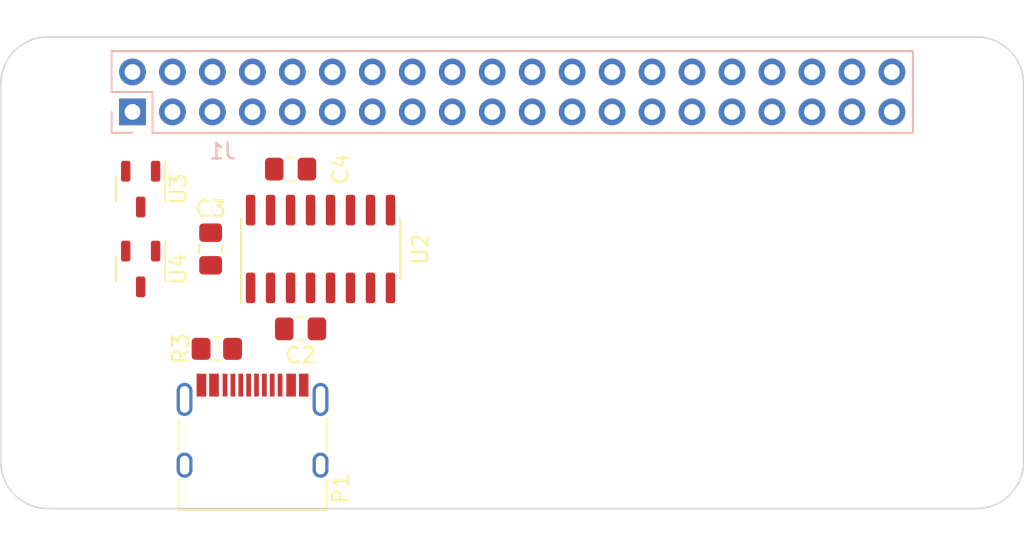
<source format=kicad_pcb>
(kicad_pcb (version 20221018) (generator pcbnew)
  (title_block (date "15 nov 2012"))
  (layers (0 "F.Cu" signal) (31 "B.Cu" signal) (34 "B.Paste" user) (35 "F.Paste" user) (36 "B.SilkS" user "B.Silkscreen") (37 "F.SilkS" user "F.Silkscreen") (38 "B.Mask" user) (39 "F.Mask" user) (44 "Edge.Cuts" user))
  (net 0 "")
  (net 1 "GND")
  (net 2 "/GPIO2{slash}SDA1")
  (net 3 "/GPIO3{slash}SCL1")
  (net 4 "/GPIO4{slash}GPCLK0")
  (net 5 "/GPIO14{slash}TXD0")
  (net 6 "/GPIO15{slash}RXD0")
  (net 7 "/GPIO17")
  (net 8 "/GPIO18{slash}PCM.CLK")
  (net 9 "/GPIO27")
  (net 10 "/GPIO22")
  (net 11 "/GPIO23")
  (net 12 "/GPIO26")
  (net 13 "/GPIO24")
  (net 14 "/GPIO10{slash}SPI0.MOSI")
  (net 15 "/GPIO9{slash}SPI0.MISO")
  (net 16 "/GPIO25")
  (net 17 "/GPIO11{slash}SPI0.SCLK")
  (net 18 "/GPIO8{slash}SPI0.CE0")
  (net 19 "/GPIO7{slash}SPI0.CE1")
  (net 20 "/ID_SDA")
  (net 21 "/ID_SCL")
  (net 22 "/GPIO5")
  (net 23 "/GPIO6")
  (net 24 "/GPIO12{slash}PWM0")
  (net 25 "/GPIO13{slash}PWM1")
  (net 26 "/GPIO19{slash}PCM.FS")
  (net 27 "/GPIO16")
  (net 28 "/GPIO20{slash}PCM.DIN")
  (net 29 "/GPIO21{slash}PCM.DOUT")
  (net 30 "+5V")
  (net 31 "Net-(U2-V3)")
  (net 32 "+3.3V")
  (net 33 "Net-(P1-VCONN)")
  (net 34 "Net-(P1-CC)")
  (net 35 "Net-(P1-D+)")
  (net 36 "Net-(P1-D-)")
  (footprint "MountingHole:MountingHole_2.7mm_M2.5" (layer "F.Cu") (at 161.5 73.5)
    (fp_text reference "MH2" hide)
    (fp_text value "MountingHole_2.7mm_M2.5" hide)
    (pad "" np_thru_hole circle locked (at 0 0) (size 2.7 2.7) (drill 2.7) (layers "*.Cu" "*.Mask"))
  )
  (footprint "Connector_USB:USB_C_Receptacle_HRO_TYPE-C-31-M-12" (layer "F.Cu") (at 116 96.19)
    (fp_text reference "P1" (at 5.59 2.54 90) (layer "F.SilkS"))
    (fp_text value "USB_C_Plug_USB2.0")
    (fp_line (start -4.7 -1.9) (end -4.7 0.1) (stroke (width 0.12)) (layer "F.SilkS"))
    (fp_line (start -4.7 2) (end -4.7 3.9) (stroke (width 0.12)) (layer "F.SilkS"))
    (fp_line (start -4.7 3.9) (end 4.7 3.9) (stroke (width 0.12)) (layer "F.SilkS"))
    (fp_line (start 4.7 -1.9) (end 4.7 0.1) (stroke (width 0.12)) (layer "F.SilkS"))
    (fp_line (start 4.7 2) (end 4.7 3.9) (stroke (width 0.12)) (layer "F.SilkS"))
    (pad "" np_thru_hole circle (at -2.89 -2.6) (size 0.65 0.65) (drill 0.65) (layers "*.Cu" "*.Mask"))
    (pad "" np_thru_hole circle (at 2.89 -2.6) (size 0.65 0.65) (drill 0.65) (layers "*.Cu" "*.Mask"))
    (pad "A1" smd rect (at -3.25 -4.045) (size 0.6 1.45) (layers "F.Cu" "F.Paste" "F.Mask") (net 1 "GND"))
    (pad "A4" smd rect (at -2.45 -4.045) (size 0.6 1.45) (layers "F.Cu" "F.Paste" "F.Mask") (net 33 "Net-(P1-VCONN)"))
    (pad "A5" smd rect (at -1.25 -4.045) (size 0.3 1.45) (layers "F.Cu" "F.Paste" "F.Mask") (net 34 "Net-(P1-CC)"))
    (pad "A6" smd rect (at -0.25 -4.045) (size 0.3 1.45) (layers "F.Cu" "F.Paste" "F.Mask") (net 35 "Net-(P1-D+)"))
    (pad "A7" smd rect (at 0.25 -4.045) (size 0.3 1.45) (layers "F.Cu" "F.Paste" "F.Mask") (net 36 "Net-(P1-D-)"))
    (pad "A8" smd rect (at 1.25 -4.045) (size 0.3 1.45) (layers "F.Cu" "F.Paste" "F.Mask"))
    (pad "A9" smd rect (at 2.45 -4.045) (size 0.6 1.45) (layers "F.Cu" "F.Paste" "F.Mask") (net 33 "Net-(P1-VCONN)"))
    (pad "A12" smd rect (at 3.25 -4.045) (size 0.6 1.45) (layers "F.Cu" "F.Paste" "F.Mask") (net 1 "GND"))
    (pad "B1" smd rect (at 3.25 -4.045) (size 0.6 1.45) (layers "F.Cu" "F.Paste" "F.Mask") (net 1 "GND"))
    (pad "B4" smd rect (at 2.45 -4.045) (size 0.6 1.45) (layers "F.Cu" "F.Paste" "F.Mask") (net 33 "Net-(P1-VCONN)"))
    (pad "B5" smd rect (at 1.75 -4.045) (size 0.3 1.45) (layers "F.Cu" "F.Paste" "F.Mask") (net 33 "Net-(P1-VCONN)"))
    (pad "B6" smd rect (at 0.75 -4.045) (size 0.3 1.45) (layers "F.Cu" "F.Paste" "F.Mask"))
    (pad "B7" smd rect (at -0.75 -4.045) (size 0.3 1.45) (layers "F.Cu" "F.Paste" "F.Mask"))
    (pad "B8" smd rect (at -1.75 -4.045) (size 0.3 1.45) (layers "F.Cu" "F.Paste" "F.Mask"))
    (pad "B9" smd rect (at -2.45 -4.045) (size 0.6 1.45) (layers "F.Cu" "F.Paste" "F.Mask") (net 33 "Net-(P1-VCONN)"))
    (pad "B12" smd rect (at -3.25 -4.045) (size 0.6 1.45) (layers "F.Cu" "F.Paste" "F.Mask") (net 1 "GND"))
    (pad "S1" thru_hole oval (at -4.32 -3.13) (size 1 2.1) (drill oval 0.6 1.7) (layers "*.Cu" "*.Mask") (net 1 "GND"))
    (pad "S1" thru_hole oval (at -4.32 1.05) (size 1 1.6) (drill oval 0.6 1.2) (layers "*.Cu" "*.Mask") (net 1 "GND"))
    (pad "S1" thru_hole oval (at 4.32 -3.13) (size 1 2.1) (drill oval 0.6 1.7) (layers "*.Cu" "*.Mask") (net 1 "GND"))
    (pad "S1" thru_hole oval (at 4.32 1.05) (size 1 1.6) (drill oval 0.6 1.2) (layers "*.Cu" "*.Mask") (net 1 "GND"))
  )
  (footprint "Resistor_SMD:R_0805_2012Metric_Pad1.20x1.40mm_HandSolder" (layer "F.Cu") (at 113.73 89.84)
    (fp_text reference "R3" (at -2.3 0 90) (layer "F.SilkS"))
    (fp_text value "56k")
    (fp_line (start -0.227064 -0.735) (end 0.227064 -0.735) (stroke (width 0.12)) (layer "F.SilkS"))
    (fp_line (start -0.227064 0.735) (end 0.227064 0.735) (stroke (width 0.12)) (layer "F.SilkS"))
    (pad "1" smd roundrect (at -1 0) (size 1.2 1.4) (layers "F.Cu" "F.Paste" "F.Mask") (roundrect_rratio 0.208333) (net 33 "Net-(P1-VCONN)"))
    (pad "2" smd roundrect (at 1 0) (size 1.2 1.4) (layers "F.Cu" "F.Paste" "F.Mask") (roundrect_rratio 0.208333) (net 34 "Net-(P1-CC)"))
  )
  (footprint "Capacitor_SMD:C_0805_2012Metric_Pad1.18x1.45mm_HandSolder" (layer "F.Cu") (at 113.335 83.49 -90)
    (fp_text reference "C3" (at -2.54 0 -180) (layer "F.SilkS"))
    (fp_text value "1u")
    (fp_line (start -0.261252 -0.735) (end 0.261252 -0.735) (stroke (width 0.12)) (layer "F.SilkS"))
    (fp_line (start -0.261252 0.735) (end 0.261252 0.735) (stroke (width 0.12)) (layer "F.SilkS"))
    (pad "1" smd roundrect (at -1.0375 0 270) (size 1.175 1.45) (layers "F.Cu" "F.Paste" "F.Mask") (roundrect_rratio 0.212766) (net 30 "+5V"))
    (pad "2" smd roundrect (at 1.0375 0 270) (size 1.175 1.45) (layers "F.Cu" "F.Paste" "F.Mask") (roundrect_rratio 0.212766) (net 1 "GND"))
  )
  (footprint "MountingHole:MountingHole_2.7mm_M2.5" (layer "F.Cu") (at 103.5 96.5)
    (fp_text reference "MH3" hide)
    (fp_text value "MountingHole_2.7mm_M2.5" hide)
    (pad "" np_thru_hole circle locked (at 0 0) (size 2.7 2.7) (drill 2.7) (layers "*.Cu" "*.Mask"))
  )
  (footprint "Capacitor_SMD:C_0805_2012Metric_Pad1.18x1.45mm_HandSolder" (layer "F.Cu") (at 119.05 88.57 180)
    (fp_text reference "C2" (at 0 -1.68) (layer "F.SilkS"))
    (fp_text value "100n")
    (fp_line (start -0.261252 -0.735) (end 0.261252 -0.735) (stroke (width 0.12)) (layer "F.SilkS"))
    (fp_line (start -0.261252 0.735) (end 0.261252 0.735) (stroke (width 0.12)) (layer "F.SilkS"))
    (pad "1" smd roundrect (at -1.0375 0 180) (size 1.175 1.45) (layers "F.Cu" "F.Paste" "F.Mask") (roundrect_rratio 0.212766) (net 31 "Net-(U2-V3)"))
    (pad "2" smd roundrect (at 1.0375 0 180) (size 1.175 1.45) (layers "F.Cu" "F.Paste" "F.Mask") (roundrect_rratio 0.212766) (net 1 "GND"))
  )
  (footprint "MountingHole:MountingHole_2.7mm_M2.5" (layer "F.Cu") (at 103.5 73.5)
    (fp_text reference "MH1" hide)
    (fp_text value "MountingHole_2.7mm_M2.5" hide)
    (pad "" np_thru_hole circle locked (at 0 0) (size 2.7 2.7) (drill 2.7) (layers "*.Cu" "*.Mask"))
  )
  (footprint "Package_TO_SOT_SMD:SOT-23-3" (layer "F.Cu") (at 108.89 79.68 -90)
    (fp_text reference "U3" (at 0 -2.4 90) (layer "F.SilkS"))
    (fp_text value "~")
    (fp_line (start 0 -1.56) (end -1.8 -1.56) (stroke (width 0.12)) (layer "F.SilkS"))
    (fp_line (start 0 -1.56) (end 0.8 -1.56) (stroke (width 0.12)) (layer "F.SilkS"))
    (fp_line (start 0 1.56) (end -0.8 1.56) (stroke (width 0.12)) (layer "F.SilkS"))
    (fp_line (start 0 1.56) (end 0.8 1.56) (stroke (width 0.12)) (layer "F.SilkS"))
    (pad "1" smd roundrect (at -1.1375 -0.95 270) (size 1.325 0.6) (layers "F.Cu" "F.Paste" "F.Mask") (net 1 "GND"))
    (pad "2" smd roundrect (at -1.1375 0.95 270) (size 1.325 0.6) (layers "F.Cu" "F.Paste" "F.Mask") (net 32 "+3.3V"))
    (pad "3" smd roundrect (at 1.1375 0 270) (size 1.325 0.6) (layers "F.Cu" "F.Paste" "F.Mask") (net 31 "Net-(U2-V3)"))
  )
  (footprint "Package_SO:SOIC-16_3.9x9.9mm_P1.27mm" (layer "F.Cu") (at 120.32 83.49 90)
    (fp_text reference "U2" (at 0 6.35 90) (layer "F.SilkS"))
    (fp_text value "~")
    (fp_line (start 0 -5.06) (end -3.45 -5.06) (stroke (width 0.12)) (layer "F.SilkS"))
    (fp_line (start 0 -5.06) (end 1.95 -5.06) (stroke (width 0.12)) (layer "F.SilkS"))
    (fp_line (start 0 5.06) (end -1.95 5.06) (stroke (width 0.12)) (layer "F.SilkS"))
    (fp_line (start 0 5.06) (end 1.95 5.06) (stroke (width 0.12)) (layer "F.SilkS"))
    (pad "1" smd roundrect (at -2.475 -4.445 90) (size 1.95 0.6) (layers "F.Cu" "F.Paste" "F.Mask") (net 1 "GND"))
    (pad "2" smd roundrect (at -2.475 -3.175 90) (size 1.95 0.6) (layers "F.Cu" "F.Paste" "F.Mask") (net 6 "/GPIO15{slash}RXD0"))
    (pad "3" smd roundrect (at -2.475 -1.905 90) (size 1.95 0.6) (layers "F.Cu" "F.Paste" "F.Mask") (net 5 "/GPIO14{slash}TXD0"))
    (pad "4" smd roundrect (at -2.475 -0.635 90) (size 1.95 0.6) (layers "F.Cu" "F.Paste" "F.Mask") (net 31 "Net-(U2-V3)"))
    (pad "5" smd roundrect (at -2.475 0.635 90) (size 1.95 0.6) (layers "F.Cu" "F.Paste" "F.Mask") (net 35 "Net-(P1-D+)"))
    (pad "6" smd roundrect (at -2.475 1.905 90) (size 1.95 0.6) (layers "F.Cu" "F.Paste" "F.Mask") (net 36 "Net-(P1-D-)"))
    (pad "7" smd roundrect (at -2.475 3.175 90) (size 1.95 0.6) (layers "F.Cu" "F.Paste" "F.Mask"))
    (pad "8" smd roundrect (at -2.475 4.445 90) (size 1.95 0.6) (layers "F.Cu" "F.Paste" "F.Mask"))
    (pad "9" smd roundrect (at 2.475 4.445 90) (size 1.95 0.6) (layers "F.Cu" "F.Paste" "F.Mask"))
    (pad "10" smd roundrect (at 2.475 3.175 90) (size 1.95 0.6) (layers "F.Cu" "F.Paste" "F.Mask"))
    (pad "11" smd roundrect (at 2.475 1.905 90) (size 1.95 0.6) (layers "F.Cu" "F.Paste" "F.Mask"))
    (pad "12" smd roundrect (at 2.475 0.635 90) (size 1.95 0.6) (layers "F.Cu" "F.Paste" "F.Mask"))
    (pad "13" smd roundrect (at 2.475 -0.635 90) (size 1.95 0.6) (layers "F.Cu" "F.Paste" "F.Mask"))
    (pad "14" smd roundrect (at 2.475 -1.905 90) (size 1.95 0.6) (layers "F.Cu" "F.Paste" "F.Mask"))
    (pad "15" smd roundrect (at 2.475 -3.175 90) (size 1.95 0.6) (layers "F.Cu" "F.Paste" "F.Mask") (net 32 "+3.3V"))
    (pad "16" smd roundrect (at 2.475 -4.445 90) (size 1.95 0.6) (layers "F.Cu" "F.Paste" "F.Mask") (net 30 "+5V"))
  )
  (footprint "Package_TO_SOT_SMD:SOT-23-3" (layer "F.Cu") (at 108.89 84.76 -90)
    (fp_text reference "U4" (at 0 -2.4 90) (layer "F.SilkS"))
    (fp_text value "~")
    (fp_line (start 0 -1.56) (end -1.8 -1.56) (stroke (width 0.12)) (layer "F.SilkS"))
    (fp_line (start 0 -1.56) (end 0.8 -1.56) (stroke (width 0.12)) (layer "F.SilkS"))
    (fp_line (start 0 1.56) (end -0.8 1.56) (stroke (width 0.12)) (layer "F.SilkS"))
    (fp_line (start 0 1.56) (end 0.8 1.56) (stroke (width 0.12)) (layer "F.SilkS"))
    (pad "1" smd roundrect (at -1.1375 -0.95 270) (size 1.325 0.6) (layers "F.Cu" "F.Paste" "F.Mask") (net 1 "GND"))
    (pad "2" smd roundrect (at -1.1375 0.95 270) (size 1.325 0.6) (layers "F.Cu" "F.Paste" "F.Mask") (net 30 "+5V"))
    (pad "3" smd roundrect (at 1.1375 0 270) (size 1.325 0.6) (layers "F.Cu" "F.Paste" "F.Mask") (net 33 "Net-(P1-VCONN)"))
  )
  (footprint "MountingHole:MountingHole_2.7mm_M2.5" (layer "F.Cu") (at 161.5 96.5)
    (fp_text reference "MH4" hide)
    (fp_text value "MountingHole_2.7mm_M2.5" hide)
    (pad "" np_thru_hole circle locked (at 0 0) (size 2.7 2.7) (drill 2.7) (layers "*.Cu" "*.Mask"))
  )
  (footprint "Capacitor_SMD:C_0805_2012Metric_Pad1.18x1.45mm_HandSolder" (layer "F.Cu") (at 118.415 78.41)
    (fp_text reference "C4" (at 3.175 0 90) (layer "F.SilkS"))
    (fp_text value "1u")
    (fp_line (start -0.261252 -0.735) (end 0.261252 -0.735) (stroke (width 0.12)) (layer "F.SilkS"))
    (fp_line (start -0.261252 0.735) (end 0.261252 0.735) (stroke (width 0.12)) (layer "F.SilkS"))
    (pad "1" smd roundrect (at -1.0375 0) (size 1.175 1.45) (layers "F.Cu" "F.Paste" "F.Mask") (roundrect_rratio 0.212766) (net 32 "+3.3V"))
    (pad "2" smd roundrect (at 1.0375 0) (size 1.175 1.45) (layers "F.Cu" "F.Paste" "F.Mask") (roundrect_rratio 0.212766) (net 1 "GND"))
  )
  (footprint "Connector_PinSocket_2.54mm:PinSocket_2x20_P2.54mm_Vertical" (layer "B.Cu") (at 108.37 74.77 -90)
    (fp_text reference "J1" (at 2.5 -5.715) (layer "B.SilkS") (effects (justify mirror)))
    (fp_text value "GPIO")
    (fp_line (start -3.87 -49.59) (end 1.33 -49.59) (stroke (width 0.12)) (layer "B.SilkS"))
    (fp_line (start -3.87 1.33) (end -3.87 -49.59) (stroke (width 0.12)) (layer "B.SilkS"))
    (fp_line (start -3.87 1.33) (end -1.27 1.33) (stroke (width 0.12)) (layer "B.SilkS"))
    (fp_line (start -1.27 -1.27) (end 1.33 -1.27) (stroke (width 0.12)) (layer "B.SilkS"))
    (fp_line (start -1.27 1.33) (end -1.27 -1.27) (stroke (width 0.12)) (layer "B.SilkS"))
    (fp_line (start 0 1.33) (end 1.33 1.33) (stroke (width 0.12)) (layer "B.SilkS"))
    (fp_line (start 1.33 -1.27) (end 1.33 -49.59) (stroke (width 0.12)) (layer "B.SilkS"))
    (fp_line (start 1.33 1.33) (end 1.33 0) (stroke (width 0.12)) (layer "B.SilkS"))
    (pad "1" thru_hole rect (at 0 0 270) (size 1.7 1.7) (drill 1) (layers "*.Cu" "*.Mask") (net 32 "+3.3V"))
    (pad "2" thru_hole oval (at -2.54 0 270) (size 1.7 1.7) (drill 1) (layers "*.Cu" "*.Mask") (net 30 "+5V"))
    (pad "3" thru_hole oval (at 0 -2.54 270) (size 1.7 1.7) (drill 1) (layers "*.Cu" "*.Mask") (net 2 "/GPIO2{slash}SDA1"))
    (pad "4" thru_hole oval (at -2.54 -2.54 270) (size 1.7 1.7) (drill 1) (layers "*.Cu" "*.Mask") (net 30 "+5V"))
    (pad "5" thru_hole oval (at 0 -5.08 270) (size 1.7 1.7) (drill 1) (layers "*.Cu" "*.Mask") (net 3 "/GPIO3{slash}SCL1"))
    (pad "6" thru_hole oval (at -2.54 -5.08 270) (size 1.7 1.7) (drill 1) (layers "*.Cu" "*.Mask") (net 1 "GND"))
    (pad "7" thru_hole oval (at 0 -7.62 270) (size 1.7 1.7) (drill 1) (layers "*.Cu" "*.Mask") (net 4 "/GPIO4{slash}GPCLK0"))
    (pad "8" thru_hole oval (at -2.54 -7.62 270) (size 1.7 1.7) (drill 1) (layers "*.Cu" "*.Mask") (net 5 "/GPIO14{slash}TXD0"))
    (pad "9" thru_hole oval (at 0 -10.16 270) (size 1.7 1.7) (drill 1) (layers "*.Cu" "*.Mask") (net 1 "GND"))
    (pad "10" thru_hole oval (at -2.54 -10.16 270) (size 1.7 1.7) (drill 1) (layers "*.Cu" "*.Mask") (net 6 "/GPIO15{slash}RXD0"))
    (pad "11" thru_hole oval (at 0 -12.7 270) (size 1.7 1.7) (drill 1) (layers "*.Cu" "*.Mask") (net 7 "/GPIO17"))
    (pad "12" thru_hole oval (at -2.54 -12.7 270) (size 1.7 1.7) (drill 1) (layers "*.Cu" "*.Mask") (net 8 "/GPIO18{slash}PCM.CLK"))
    (pad "13" thru_hole oval (at 0 -15.24 270) (size 1.7 1.7) (drill 1) (layers "*.Cu" "*.Mask") (net 9 "/GPIO27"))
    (pad "14" thru_hole oval (at -2.54 -15.24 270) (size 1.7 1.7) (drill 1) (layers "*.Cu" "*.Mask") (net 1 "GND"))
    (pad "15" thru_hole oval (at 0 -17.78 270) (size 1.7 1.7) (drill 1) (layers "*.Cu" "*.Mask") (net 10 "/GPIO22"))
    (pad "16" thru_hole oval (at -2.54 -17.78 270) (size 1.7 1.7) (drill 1) (layers "*.Cu" "*.Mask") (net 11 "/GPIO23"))
    (pad "17" thru_hole oval (at 0 -20.32 270) (size 1.7 1.7) (drill 1) (layers "*.Cu" "*.Mask") (net 32 "+3.3V"))
    (pad "18" thru_hole oval (at -2.54 -20.32 270) (size 1.7 1.7) (drill 1) (layers "*.Cu" "*.Mask") (net 13 "/GPIO24"))
    (pad "19" thru_hole oval (at 0 -22.86 270) (size 1.7 1.7) (drill 1) (layers "*.Cu" "*.Mask") (net 14 "/GPIO10{slash}SPI0.MOSI"))
    (pad "20" thru_hole oval (at -2.54 -22.86 270) (size 1.7 1.7) (drill 1) (layers "*.Cu" "*.Mask") (net 1 "GND"))
    (pad "21" thru_hole oval (at 0 -25.4 270) (size 1.7 1.7) (drill 1) (layers "*.Cu" "*.Mask") (net 15 "/GPIO9{slash}SPI0.MISO"))
    (pad "22" thru_hole oval (at -2.54 -25.4 270) (size 1.7 1.7) (drill 1) (layers "*.Cu" "*.Mask") (net 16 "/GPIO25"))
    (pad "23" thru_hole oval (at 0 -27.94 270) (size 1.7 1.7) (drill 1) (layers "*.Cu" "*.Mask") (net 17 "/GPIO11{slash}SPI0.SCLK"))
    (pad "24" thru_hole oval (at -2.54 -27.94 270) (size 1.7 1.7) (drill 1) (layers "*.Cu" "*.Mask") (net 18 "/GPIO8{slash}SPI0.CE0"))
    (pad "25" thru_hole oval (at 0 -30.48 270) (size 1.7 1.7) (drill 1) (layers "*.Cu" "*.Mask") (net 1 "GND"))
    (pad "26" thru_hole oval (at -2.54 -30.48 270) (size 1.7 1.7) (drill 1) (layers "*.Cu" "*.Mask") (net 19 "/GPIO7{slash}SPI0.CE1"))
    (pad "27" thru_hole oval (at 0 -33.02 270) (size 1.7 1.7) (drill 1) (layers "*.Cu" "*.Mask") (net 20 "/ID_SDA"))
    (pad "28" thru_hole oval (at -2.54 -33.02 270) (size 1.7 1.7) (drill 1) (layers "*.Cu" "*.Mask") (net 21 "/ID_SCL"))
    (pad "29" thru_hole oval (at 0 -35.56 270) (size 1.7 1.7) (drill 1) (layers "*.Cu" "*.Mask") (net 22 "/GPIO5"))
    (pad "30" thru_hole oval (at -2.54 -35.56 270) (size 1.7 1.7) (drill 1) (layers "*.Cu" "*.Mask") (net 1 "GND"))
    (pad "31" thru_hole oval (at 0 -38.1 270) (size 1.7 1.7) (drill 1) (layers "*.Cu" "*.Mask") (net 23 "/GPIO6"))
    (pad "32" thru_hole oval (at -2.54 -38.1 270) (size 1.7 1.7) (drill 1) (layers "*.Cu" "*.Mask") (net 24 "/GPIO12{slash}PWM0"))
    (pad "33" thru_hole oval (at 0 -40.64 270) (size 1.7 1.7) (drill 1) (layers "*.Cu" "*.Mask") (net 25 "/GPIO13{slash}PWM1"))
    (pad "34" thru_hole oval (at -2.54 -40.64 270) (size 1.7 1.7) (drill 1) (layers "*.Cu" "*.Mask") (net 1 "GND"))
    (pad "35" thru_hole oval (at 0 -43.18 270) (size 1.7 1.7) (drill 1) (layers "*.Cu" "*.Mask") (net 26 "/GPIO19{slash}PCM.FS"))
    (pad "36" thru_hole oval (at -2.54 -43.18 270) (size 1.7 1.7) (drill 1) (layers "*.Cu" "*.Mask") (net 27 "/GPIO16"))
    (pad "37" thru_hole oval (at 0 -45.72 270) (size 1.7 1.7) (drill 1) (layers "*.Cu" "*.Mask") (net 12 "/GPIO26"))
    (pad "38" thru_hole oval (at -2.54 -45.72 270) (size 1.7 1.7) (drill 1) (layers "*.Cu" "*.Mask") (net 28 "/GPIO20{slash}PCM.DIN"))
    (pad "39" thru_hole oval (at 0 -48.26 270) (size 1.7 1.7) (drill 1) (layers "*.Cu" "*.Mask") (net 1 "GND"))
    (pad "40" thru_hole oval (at -2.54 -48.26 270) (size 1.7 1.7) (drill 1) (layers "*.Cu" "*.Mask") (net 29 "/GPIO21{slash}PCM.DOUT"))
  )
  (gr_arc (start 162 70) (mid 164.12132 70.87868) (end 165 73) (stroke (width 0.1)) (layer "Edge.Cuts"))
  (gr_line (start 165 97) (end 165 73) (stroke (width 0.1)) (layer "Edge.Cuts"))
  (gr_line (start 100 73) (end 100 97) (stroke (width 0.1)) (layer "Edge.Cuts"))
  (gr_arc (start 103 100) (mid 100.87868 99.12132) (end 100 97) (stroke (width 0.1)) (layer "Edge.Cuts"))
  (gr_line (start 103 100) (end 162 100) (stroke (width 0.1)) (layer "Edge.Cuts"))
  (gr_arc (start 165 97) (mid 164.12132 99.12132) (end 162 100) (stroke (width 0.1)) (layer "Edge.Cuts"))
  (gr_arc (start 100 73) (mid 100.87868 70.87868) (end 103 70) (stroke (width 0.1)) (layer "Edge.Cuts"))
  (gr_line (start 162 70) (end 103 70) (stroke (width 0.1)) (layer "Edge.Cuts"))
)
</source>
